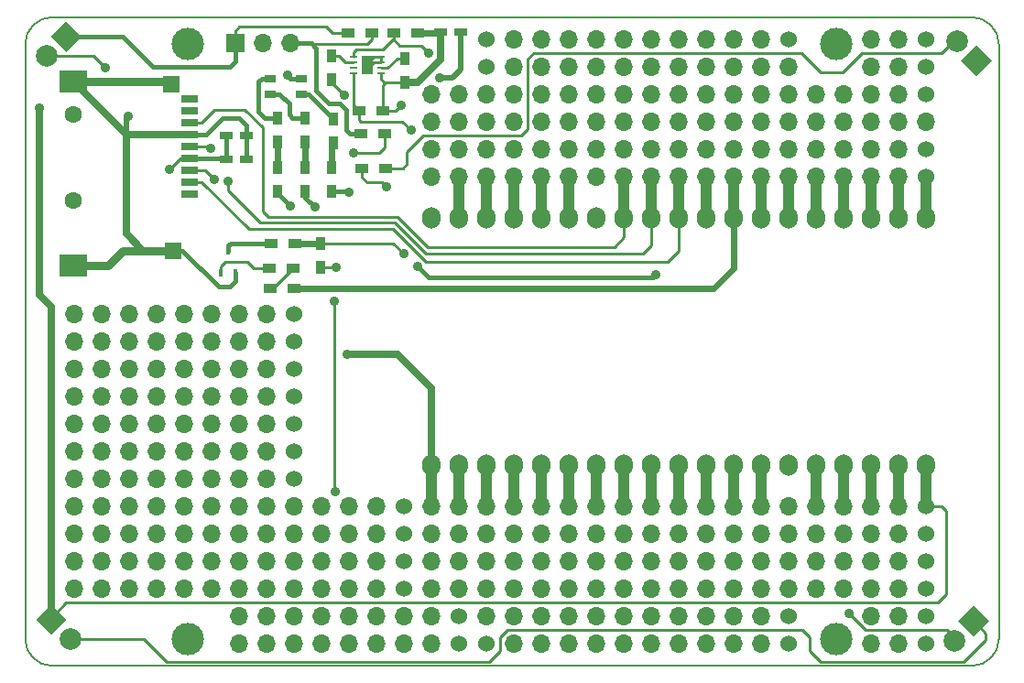
<source format=gbr>
G04 #@! TF.FileFunction,Copper,L1,Top,Signal*
%FSLAX46Y46*%
G04 Gerber Fmt 4.6, Leading zero omitted, Abs format (unit mm)*
G04 Created by KiCad (PCBNEW (2015-01-16 BZR 5376)-product) date 12-May-17 12:05:33 PM*
%MOMM*%
G01*
G04 APERTURE LIST*
%ADD10C,0.100000*%
%ADD11C,0.150000*%
%ADD12R,1.000000X0.800000*%
%ADD13O,1.700000X2.000000*%
%ADD14C,1.524000*%
%ADD15O,1.700000X1.700000*%
%ADD16C,2.000000*%
%ADD17R,1.200000X0.750000*%
%ADD18R,1.700000X1.700000*%
%ADD19R,0.900000X1.200000*%
%ADD20R,1.200000X0.900000*%
%ADD21R,1.500000X0.700000*%
%ADD22R,1.500000X1.500000*%
%ADD23R,2.500000X2.000000*%
%ADD24C,1.600000*%
%ADD25C,3.000000*%
%ADD26R,0.700000X0.250000*%
%ADD27R,1.000000X1.700000*%
%ADD28R,0.457200X0.711200*%
%ADD29C,0.889000*%
%ADD30C,0.910000*%
%ADD31C,1.000000*%
%ADD32C,0.254000*%
%ADD33C,0.600000*%
%ADD34C,0.700000*%
%ADD35C,0.400000*%
%ADD36C,0.800000*%
%ADD37C,0.500000*%
%ADD38C,0.250000*%
G04 APERTURE END LIST*
D10*
D11*
X45000000Y-52500000D02*
X45000000Y-107500000D01*
X132500000Y-50000000D02*
X47500000Y-50000000D01*
X135000000Y-107500000D02*
X135000000Y-52500000D01*
X47500000Y-110000000D02*
X132500000Y-110000000D01*
X45000000Y-107500000D02*
G75*
G03X47500000Y-110000000I2500000J0D01*
G01*
X132500000Y-110000000D02*
G75*
G03X135000000Y-107500000I0J2500000D01*
G01*
X135000000Y-52500000D02*
G75*
G03X132500000Y-50000000I-2500000J0D01*
G01*
X47500000Y-50000000D02*
G75*
G03X45000000Y-52500000I0J-2500000D01*
G01*
D12*
X70538000Y-55675500D03*
X67638000Y-55675500D03*
X70538000Y-57100500D03*
X67638000Y-57100500D03*
D13*
X128270000Y-68580000D03*
X125730000Y-68580000D03*
X123190000Y-68580000D03*
X120650000Y-68580000D03*
X118110000Y-68580000D03*
X115570000Y-68580000D03*
X113030000Y-68580000D03*
X110490000Y-68580000D03*
X107950000Y-68580000D03*
X105410000Y-68580000D03*
X102870000Y-68580000D03*
X100330000Y-68580000D03*
X97790000Y-68580000D03*
X95250000Y-68580000D03*
X92710000Y-68580000D03*
X90170000Y-68580000D03*
X87630000Y-68580000D03*
X85090000Y-68580000D03*
X82550000Y-68580000D03*
X82550000Y-91440000D03*
X85090000Y-91440000D03*
X87630000Y-91440000D03*
X90170000Y-91440000D03*
X92710000Y-91440000D03*
X95250000Y-91440000D03*
X97790000Y-91440000D03*
X100330000Y-91440000D03*
X102870000Y-91440000D03*
X105410000Y-91440000D03*
X107950000Y-91440000D03*
X110490000Y-91440000D03*
X113030000Y-91440000D03*
X115570000Y-91440000D03*
X118110000Y-91440000D03*
X120650000Y-91440000D03*
X123190000Y-91440000D03*
X125730000Y-91440000D03*
X128270000Y-91440000D03*
D14*
X87630000Y-52070000D03*
D15*
X90170000Y-52070000D03*
X92710000Y-52070000D03*
D14*
X87630000Y-54610000D03*
D15*
X90170000Y-54610000D03*
X92710000Y-54610000D03*
D14*
X87630000Y-107950000D03*
D15*
X90170000Y-107950000D03*
X92710000Y-107950000D03*
X87630000Y-105410000D03*
X90170000Y-105410000D03*
X92710000Y-105410000D03*
D16*
X49174400Y-107492800D03*
D10*
G36*
X48792563Y-105696749D02*
X47378349Y-107110963D01*
X45964135Y-105696749D01*
X47378349Y-104282535D01*
X48792563Y-105696749D01*
X48792563Y-105696749D01*
G37*
D16*
X130860800Y-107645200D03*
D10*
G36*
X132656851Y-107263363D02*
X131242637Y-105849149D01*
X132656851Y-104434935D01*
X134071065Y-105849149D01*
X132656851Y-107263363D01*
X132656851Y-107263363D01*
G37*
D16*
X131114800Y-52222400D03*
D10*
G36*
X131496637Y-54018451D02*
X132910851Y-52604237D01*
X134325065Y-54018451D01*
X132910851Y-55432665D01*
X131496637Y-54018451D01*
X131496637Y-54018451D01*
G37*
D16*
X46990000Y-53594000D03*
D10*
G36*
X48786051Y-53212163D02*
X47371837Y-51797949D01*
X48786051Y-50383735D01*
X50200265Y-51797949D01*
X48786051Y-53212163D01*
X48786051Y-53212163D01*
G37*
D14*
X85090000Y-107950000D03*
D15*
X82550000Y-107950000D03*
X80010000Y-107950000D03*
X77470000Y-107950000D03*
X74930000Y-107950000D03*
X72390000Y-107950000D03*
X69850000Y-107950000D03*
X67310000Y-107950000D03*
X64770000Y-107950000D03*
D14*
X85090000Y-105410000D03*
D15*
X82550000Y-105410000D03*
X80010000Y-105410000D03*
X77470000Y-105410000D03*
X74930000Y-105410000D03*
X72390000Y-105410000D03*
X69850000Y-105410000D03*
X67310000Y-105410000D03*
X64770000Y-105410000D03*
D14*
X80010000Y-102870000D03*
D15*
X77470000Y-102870000D03*
X74930000Y-102870000D03*
X72390000Y-102870000D03*
X69850000Y-102870000D03*
X67310000Y-102870000D03*
X64770000Y-102870000D03*
X62230000Y-102870000D03*
X59690000Y-102870000D03*
X57150000Y-102870000D03*
X54610000Y-102870000D03*
X52070000Y-102870000D03*
X49530000Y-102870000D03*
D14*
X80010000Y-100330000D03*
D15*
X77470000Y-100330000D03*
X74930000Y-100330000D03*
X72390000Y-100330000D03*
X69850000Y-100330000D03*
X67310000Y-100330000D03*
X64770000Y-100330000D03*
X62230000Y-100330000D03*
X59690000Y-100330000D03*
X57150000Y-100330000D03*
X54610000Y-100330000D03*
X52070000Y-100330000D03*
X49530000Y-100330000D03*
D14*
X80010000Y-97790000D03*
D15*
X77470000Y-97790000D03*
X74930000Y-97790000D03*
X72390000Y-97790000D03*
X69850000Y-97790000D03*
X67310000Y-97790000D03*
X64770000Y-97790000D03*
X62230000Y-97790000D03*
X59690000Y-97790000D03*
X57150000Y-97790000D03*
X54610000Y-97790000D03*
X52070000Y-97790000D03*
X49530000Y-97790000D03*
D14*
X80010000Y-95250000D03*
D15*
X77470000Y-95250000D03*
X74930000Y-95250000D03*
X72390000Y-95250000D03*
X69850000Y-95250000D03*
X67310000Y-95250000D03*
X64770000Y-95250000D03*
X62230000Y-95250000D03*
X59690000Y-95250000D03*
X57150000Y-95250000D03*
X54610000Y-95250000D03*
X52070000Y-95250000D03*
X49530000Y-95250000D03*
D14*
X69850000Y-92710000D03*
D15*
X67310000Y-92710000D03*
X64770000Y-92710000D03*
X62230000Y-92710000D03*
X59690000Y-92710000D03*
X57150000Y-92710000D03*
X54610000Y-92710000D03*
X52070000Y-92710000D03*
X49530000Y-92710000D03*
D14*
X69850000Y-90170000D03*
D15*
X67310000Y-90170000D03*
X64770000Y-90170000D03*
X62230000Y-90170000D03*
X59690000Y-90170000D03*
X57150000Y-90170000D03*
X54610000Y-90170000D03*
X52070000Y-90170000D03*
X49530000Y-90170000D03*
D14*
X69850000Y-87630000D03*
D15*
X67310000Y-87630000D03*
X64770000Y-87630000D03*
X62230000Y-87630000D03*
X59690000Y-87630000D03*
X57150000Y-87630000D03*
X54610000Y-87630000D03*
X52070000Y-87630000D03*
X49530000Y-87630000D03*
D14*
X69850000Y-85090000D03*
D15*
X67310000Y-85090000D03*
X64770000Y-85090000D03*
X62230000Y-85090000D03*
X59690000Y-85090000D03*
X57150000Y-85090000D03*
X54610000Y-85090000D03*
X52070000Y-85090000D03*
X49530000Y-85090000D03*
D14*
X69850000Y-82550000D03*
D15*
X67310000Y-82550000D03*
X64770000Y-82550000D03*
X62230000Y-82550000D03*
X59690000Y-82550000D03*
X57150000Y-82550000D03*
X54610000Y-82550000D03*
X52070000Y-82550000D03*
X49530000Y-82550000D03*
D14*
X69850000Y-80010000D03*
D15*
X67310000Y-80010000D03*
X64770000Y-80010000D03*
X62230000Y-80010000D03*
X59690000Y-80010000D03*
X57150000Y-80010000D03*
X54610000Y-80010000D03*
X52070000Y-80010000D03*
X49530000Y-80010000D03*
D14*
X69850000Y-77470000D03*
D15*
X67310000Y-77470000D03*
X64770000Y-77470000D03*
X62230000Y-77470000D03*
X59690000Y-77470000D03*
X57150000Y-77470000D03*
X54610000Y-77470000D03*
X52070000Y-77470000D03*
X49530000Y-77470000D03*
D14*
X128270000Y-107950000D03*
D15*
X125730000Y-107950000D03*
X123190000Y-107950000D03*
D14*
X128270000Y-105410000D03*
D15*
X125730000Y-105410000D03*
X123190000Y-105410000D03*
D14*
X115570000Y-107950000D03*
D15*
X113030000Y-107950000D03*
X110490000Y-107950000D03*
X107950000Y-107950000D03*
X105410000Y-107950000D03*
X102870000Y-107950000D03*
X100330000Y-107950000D03*
X97790000Y-107950000D03*
X95250000Y-107950000D03*
D14*
X115570000Y-105410000D03*
D15*
X113030000Y-105410000D03*
X110490000Y-105410000D03*
X107950000Y-105410000D03*
X105410000Y-105410000D03*
X102870000Y-105410000D03*
X100330000Y-105410000D03*
X97790000Y-105410000D03*
X95250000Y-105410000D03*
D14*
X128270000Y-102870000D03*
D15*
X125730000Y-102870000D03*
X123190000Y-102870000D03*
X120650000Y-102870000D03*
X118110000Y-102870000D03*
X115570000Y-102870000D03*
X113030000Y-102870000D03*
X110490000Y-102870000D03*
X107950000Y-102870000D03*
X105410000Y-102870000D03*
X102870000Y-102870000D03*
X100330000Y-102870000D03*
X97790000Y-102870000D03*
X95250000Y-102870000D03*
X92710000Y-102870000D03*
X90170000Y-102870000D03*
X87630000Y-102870000D03*
X85090000Y-102870000D03*
X82550000Y-102870000D03*
D14*
X128270000Y-100330000D03*
D15*
X125730000Y-100330000D03*
X123190000Y-100330000D03*
X120650000Y-100330000D03*
X118110000Y-100330000D03*
X115570000Y-100330000D03*
X113030000Y-100330000D03*
X110490000Y-100330000D03*
X107950000Y-100330000D03*
X105410000Y-100330000D03*
X102870000Y-100330000D03*
X100330000Y-100330000D03*
X97790000Y-100330000D03*
X95250000Y-100330000D03*
X92710000Y-100330000D03*
X90170000Y-100330000D03*
X87630000Y-100330000D03*
X85090000Y-100330000D03*
X82550000Y-100330000D03*
D14*
X128270000Y-97790000D03*
D15*
X125730000Y-97790000D03*
X123190000Y-97790000D03*
X120650000Y-97790000D03*
X118110000Y-97790000D03*
X115570000Y-97790000D03*
X113030000Y-97790000D03*
X110490000Y-97790000D03*
X107950000Y-97790000D03*
X105410000Y-97790000D03*
X102870000Y-97790000D03*
X100330000Y-97790000D03*
X97790000Y-97790000D03*
X95250000Y-97790000D03*
X92710000Y-97790000D03*
X90170000Y-97790000D03*
X87630000Y-97790000D03*
X85090000Y-97790000D03*
X82550000Y-97790000D03*
D14*
X128270000Y-95250000D03*
D15*
X125730000Y-95250000D03*
X123190000Y-95250000D03*
X120650000Y-95250000D03*
X118110000Y-95250000D03*
X115570000Y-95250000D03*
X113030000Y-95250000D03*
X110490000Y-95250000D03*
X107950000Y-95250000D03*
X105410000Y-95250000D03*
X102870000Y-95250000D03*
X100330000Y-95250000D03*
X97790000Y-95250000D03*
X95250000Y-95250000D03*
X92710000Y-95250000D03*
X90170000Y-95250000D03*
X87630000Y-95250000D03*
X85090000Y-95250000D03*
X82550000Y-95250000D03*
D14*
X128270000Y-64770000D03*
D15*
X125730000Y-64770000D03*
X123190000Y-64770000D03*
X120650000Y-64770000D03*
X118110000Y-64770000D03*
X115570000Y-64770000D03*
X113030000Y-64770000D03*
X110490000Y-64770000D03*
X107950000Y-64770000D03*
X105410000Y-64770000D03*
X102870000Y-64770000D03*
X100330000Y-64770000D03*
X97790000Y-64770000D03*
X95250000Y-64770000D03*
X92710000Y-64770000D03*
X90170000Y-64770000D03*
X87630000Y-64770000D03*
X85090000Y-64770000D03*
X82550000Y-64770000D03*
D14*
X128270000Y-62230000D03*
D15*
X125730000Y-62230000D03*
X123190000Y-62230000D03*
X120650000Y-62230000D03*
X118110000Y-62230000D03*
X115570000Y-62230000D03*
X113030000Y-62230000D03*
X110490000Y-62230000D03*
X107950000Y-62230000D03*
X105410000Y-62230000D03*
X102870000Y-62230000D03*
X100330000Y-62230000D03*
X97790000Y-62230000D03*
X95250000Y-62230000D03*
X92710000Y-62230000D03*
X90170000Y-62230000D03*
X87630000Y-62230000D03*
X85090000Y-62230000D03*
X82550000Y-62230000D03*
X128270000Y-59690000D03*
X125730000Y-59690000D03*
X123190000Y-59690000D03*
X120650000Y-59690000D03*
X118110000Y-59690000D03*
X115570000Y-59690000D03*
X113030000Y-59690000D03*
X110490000Y-59690000D03*
X107950000Y-59690000D03*
X105410000Y-59690000D03*
X102870000Y-59690000D03*
X100330000Y-59690000D03*
X97790000Y-59690000D03*
X95250000Y-59690000D03*
X92710000Y-59690000D03*
X90170000Y-59690000D03*
X87630000Y-59690000D03*
X85090000Y-59690000D03*
X82550000Y-59690000D03*
D14*
X128270000Y-54610000D03*
D15*
X125730000Y-54610000D03*
X123190000Y-54610000D03*
D14*
X128270000Y-52070000D03*
D15*
X125730000Y-52070000D03*
X123190000Y-52070000D03*
D14*
X128270000Y-57150000D03*
D15*
X125730000Y-57150000D03*
X123190000Y-57150000D03*
X120650000Y-57150000D03*
X118110000Y-57150000D03*
X115570000Y-57150000D03*
X113030000Y-57150000D03*
X110490000Y-57150000D03*
X107950000Y-57150000D03*
X105410000Y-57150000D03*
X102870000Y-57150000D03*
X100330000Y-57150000D03*
X97790000Y-57150000D03*
X95250000Y-57150000D03*
X92710000Y-57150000D03*
X90170000Y-57150000D03*
X87630000Y-57150000D03*
X85090000Y-57150000D03*
X82550000Y-57150000D03*
D14*
X115570000Y-52070000D03*
D15*
X113030000Y-52070000D03*
X110490000Y-52070000D03*
X107950000Y-52070000D03*
X105410000Y-52070000D03*
X102870000Y-52070000D03*
X100330000Y-52070000D03*
X97790000Y-52070000D03*
X95250000Y-52070000D03*
X115570000Y-54610000D03*
X113030000Y-54610000D03*
X110490000Y-54610000D03*
X107950000Y-54610000D03*
X105410000Y-54610000D03*
X102870000Y-54610000D03*
X100330000Y-54610000D03*
X97790000Y-54610000D03*
X95250000Y-54610000D03*
D17*
X83378000Y-51409600D03*
X85278000Y-51409600D03*
X65466000Y-63119000D03*
X63566000Y-63119000D03*
X65466000Y-60960000D03*
X63566000Y-60960000D03*
D18*
X64414400Y-52425600D03*
D15*
X66954400Y-52425600D03*
X69494400Y-52425600D03*
D19*
X80100000Y-53800000D03*
X80100000Y-56000000D03*
X73355200Y-53611600D03*
X73355200Y-55811600D03*
D20*
X67600000Y-73200000D03*
X69800000Y-73200000D03*
X78062000Y-58623200D03*
X75862000Y-58623200D03*
D19*
X72300000Y-70900000D03*
X72300000Y-73100000D03*
D20*
X76116000Y-63957200D03*
X78316000Y-63957200D03*
X69900000Y-70900000D03*
X67700000Y-70900000D03*
X81262400Y-51460400D03*
X79062400Y-51460400D03*
D19*
X73300000Y-63900000D03*
X73300000Y-66100000D03*
X70900000Y-63900000D03*
X70900000Y-66100000D03*
X68300000Y-63900000D03*
X68300000Y-66100000D03*
X73500000Y-59400000D03*
X73500000Y-61600000D03*
X70900000Y-59300000D03*
X70900000Y-61500000D03*
X68300000Y-59300000D03*
X68300000Y-61500000D03*
D20*
X67632400Y-75082400D03*
X69832400Y-75082400D03*
X78214400Y-60807600D03*
X76014400Y-60807600D03*
D21*
X60236000Y-66376000D03*
X60236000Y-65276000D03*
X60236000Y-64176000D03*
X60236000Y-63076000D03*
X60236000Y-61976000D03*
X60236000Y-60876000D03*
X60236000Y-59776000D03*
X60236000Y-58676000D03*
X60236000Y-57576000D03*
D22*
X58536000Y-56176000D03*
X58636000Y-71576000D03*
D23*
X49436000Y-55976000D03*
X49436000Y-72976000D03*
D24*
X49436000Y-58976000D03*
X49436000Y-66976000D03*
D25*
X120000000Y-107500000D03*
X60000000Y-107500000D03*
X120000000Y-52500000D03*
X60000000Y-52500000D03*
D26*
X75356400Y-53707600D03*
X75356400Y-54207600D03*
X75356400Y-54707600D03*
X75356400Y-55207600D03*
X77856400Y-55207600D03*
X77856400Y-54707600D03*
X77856400Y-54207600D03*
X77856400Y-53707600D03*
D27*
X76606400Y-54457600D03*
D20*
X77046000Y-51460400D03*
X74846000Y-51460400D03*
D28*
X63093600Y-73660000D03*
X64414400Y-73660000D03*
X63754000Y-71628000D03*
D29*
X74726800Y-81178400D03*
X58369200Y-64058800D03*
D30*
X69215000Y-55372000D03*
D29*
X79756000Y-58115200D03*
X83312000Y-55575200D03*
X74523600Y-57200800D03*
X54559200Y-59131200D03*
X46278800Y-58420000D03*
X52374800Y-54660800D03*
X73761600Y-73152000D03*
X73558400Y-76301600D03*
X73660000Y-93878400D03*
X121158000Y-105156000D03*
D30*
X103251000Y-73787000D03*
D29*
X75336400Y-62534800D03*
D30*
X81280000Y-73025000D03*
X69469000Y-67437000D03*
X71755000Y-67564000D03*
X74930000Y-66167000D03*
X82296000Y-53340000D03*
X80645000Y-60452000D03*
X80010000Y-71882000D03*
X78359000Y-65659000D03*
X62484000Y-65024000D03*
X62103000Y-62103000D03*
X63754000Y-65151000D03*
D31*
X82550000Y-91440000D02*
X82550000Y-95250000D01*
D32*
X77856400Y-55707600D02*
X78148800Y-56000000D01*
X78315200Y-56000000D02*
X80100000Y-56000000D01*
X78148800Y-56000000D02*
X78315200Y-56000000D01*
X77856400Y-55207600D02*
X77856400Y-55707600D01*
X78062000Y-56253200D02*
X78315200Y-56000000D01*
X78062000Y-58623200D02*
X78062000Y-56253200D01*
D33*
X83327200Y-51460400D02*
X83378000Y-51409600D01*
X81262400Y-51460400D02*
X83327200Y-51460400D01*
D34*
X83378000Y-53883600D02*
X81261600Y-56000000D01*
X81261600Y-56000000D02*
X80100000Y-56000000D01*
X83378000Y-51409600D02*
X83378000Y-53883600D01*
X82550000Y-84328000D02*
X79400400Y-81178400D01*
X79400400Y-81178400D02*
X74726800Y-81178400D01*
D32*
X58369200Y-64058800D02*
X59352000Y-63076000D01*
X59352000Y-63076000D02*
X60236000Y-63076000D01*
D34*
X82550000Y-91440000D02*
X82550000Y-84328000D01*
D35*
X63523000Y-63076000D02*
X63566000Y-63119000D01*
X60236000Y-63076000D02*
X63523000Y-63076000D01*
X63566000Y-63119000D02*
X63566000Y-60960000D01*
X69518500Y-55675500D02*
X69215000Y-55372000D01*
X70538000Y-55675500D02*
X69518500Y-55675500D01*
D32*
X78062000Y-58623200D02*
X79248000Y-58623200D01*
X79756000Y-58115200D02*
X79248000Y-58623200D01*
D36*
X58336000Y-55976000D02*
X58536000Y-56176000D01*
X49436000Y-55976000D02*
X58336000Y-55976000D01*
X52652400Y-72976000D02*
X54052400Y-71576000D01*
X54052400Y-71576000D02*
X58636000Y-71576000D01*
X49436000Y-72976000D02*
X52652400Y-72976000D01*
D32*
X77856400Y-53707600D02*
X77856400Y-54207600D01*
X77212000Y-54207600D02*
X77856400Y-54207600D01*
X76962000Y-54457600D02*
X77212000Y-54207600D01*
X76606400Y-54457600D02*
X76962000Y-54457600D01*
X77254800Y-53707600D02*
X77856400Y-53707600D01*
X76606400Y-54356000D02*
X77254800Y-53707600D01*
X76606400Y-54457600D02*
X76606400Y-54356000D01*
D33*
X49778400Y-55976000D02*
X49436000Y-55976000D01*
D37*
X84531200Y-55575200D02*
X83312000Y-55575200D01*
X85278000Y-54828400D02*
X84531200Y-55575200D01*
X85278000Y-51409600D02*
X85278000Y-54828400D01*
D32*
X73355200Y-56032400D02*
X74523600Y-57200800D01*
X73355200Y-55811600D02*
X73355200Y-56032400D01*
D34*
X54318400Y-60858400D02*
X49436000Y-55976000D01*
X56794400Y-60858400D02*
X54318400Y-60858400D01*
X56812000Y-60876000D02*
X56794400Y-60858400D01*
X60236000Y-60876000D02*
X56812000Y-60876000D01*
X54318400Y-70015600D02*
X54318400Y-60858400D01*
X55878800Y-71576000D02*
X54318400Y-70015600D01*
X58636000Y-71576000D02*
X55878800Y-71576000D01*
D37*
X54559200Y-59131200D02*
X54318400Y-59372000D01*
X54318400Y-59372000D02*
X54318400Y-60858400D01*
D35*
X65466000Y-63119000D02*
X65466000Y-60960000D01*
X65466000Y-60005000D02*
X64770000Y-59309000D01*
X64770000Y-59309000D02*
X63246000Y-59309000D01*
X63246000Y-59309000D02*
X61679000Y-60876000D01*
X61679000Y-60876000D02*
X60236000Y-60876000D01*
X65466000Y-60960000D02*
X65466000Y-60005000D01*
X64414400Y-74396600D02*
X63881000Y-74930000D01*
X63881000Y-74930000D02*
X62865000Y-74930000D01*
X62865000Y-74930000D02*
X59511000Y-71576000D01*
X59511000Y-71576000D02*
X58636000Y-71576000D01*
X64414400Y-73660000D02*
X64414400Y-74396600D01*
D32*
X96774000Y-106680000D02*
X116840000Y-106680000D01*
X116840000Y-106680000D02*
X117500400Y-107340400D01*
X117500400Y-107340400D02*
X117500400Y-108610400D01*
X117500400Y-108610400D02*
X118516400Y-109626400D01*
X118516400Y-109626400D02*
X131775200Y-109626400D01*
X131775200Y-109626400D02*
X133807200Y-107594400D01*
X133807200Y-107594400D02*
X133807200Y-106999498D01*
X133807200Y-106999498D02*
X132656851Y-105849149D01*
D38*
X90551000Y-106680000D02*
X90424000Y-106680000D01*
X96774000Y-106680000D02*
X90551000Y-106680000D01*
X89535000Y-106680000D02*
X88900000Y-107315000D01*
X88900000Y-107315000D02*
X88900000Y-108585000D01*
X88900000Y-108585000D02*
X87858600Y-109626400D01*
X87858600Y-109626400D02*
X87477600Y-109626400D01*
D32*
X55930800Y-107492800D02*
X49174400Y-107492800D01*
X55930800Y-107492800D02*
X58064400Y-109626400D01*
X58064400Y-109626400D02*
X87477600Y-109626400D01*
D38*
X90551000Y-106680000D02*
X89535000Y-106680000D01*
D31*
X128270000Y-91440000D02*
X128270000Y-95250000D01*
D35*
X64414400Y-54102000D02*
X63906400Y-54610000D01*
X63906400Y-54610000D02*
X61214000Y-54610000D01*
X61214000Y-54610000D02*
X59080400Y-54610000D01*
X59080400Y-54610000D02*
X56845200Y-54610000D01*
X56845200Y-54610000D02*
X54033149Y-51797949D01*
X54033149Y-51797949D02*
X48786051Y-51797949D01*
X64414400Y-52425600D02*
X64414400Y-54102000D01*
D34*
X47378349Y-76740749D02*
X46278800Y-75641200D01*
X46278800Y-75641200D02*
X46278800Y-58420000D01*
X47378349Y-105696749D02*
X47378349Y-76740749D01*
D32*
X48768000Y-104140000D02*
X129336800Y-104140000D01*
X129336800Y-104140000D02*
X130149600Y-103327200D01*
X130149600Y-103327200D02*
X130149600Y-95656400D01*
X130149600Y-95656400D02*
X129743200Y-95250000D01*
X129743200Y-95250000D02*
X128270000Y-95250000D01*
X47378349Y-105529651D02*
X48768000Y-104140000D01*
X47378349Y-105696749D02*
X47378349Y-105529651D01*
X73406000Y-51460400D02*
X72847200Y-50901600D01*
X72847200Y-50901600D02*
X64770000Y-50901600D01*
X64770000Y-50901600D02*
X64414400Y-51257200D01*
X64414400Y-51257200D02*
X64414400Y-52425600D01*
X74846000Y-51460400D02*
X73406000Y-51460400D01*
X51308000Y-53594000D02*
X46990000Y-53594000D01*
X52374800Y-54660800D02*
X51308000Y-53594000D01*
X73709600Y-73100000D02*
X72300000Y-73100000D01*
X73761600Y-73152000D02*
X73709600Y-73100000D01*
X73558400Y-93776800D02*
X73558400Y-76301600D01*
X73660000Y-93878400D02*
X73558400Y-93776800D01*
X122682000Y-106680000D02*
X121158000Y-105156000D01*
X130200400Y-106680000D02*
X122682000Y-106680000D01*
X130860800Y-107340400D02*
X130200400Y-106680000D01*
X130860800Y-107645200D02*
X130860800Y-107340400D01*
X79908400Y-63957200D02*
X78316000Y-63957200D01*
X80264000Y-63601600D02*
X79908400Y-63957200D01*
X80264000Y-62484000D02*
X80264000Y-63601600D01*
X81788000Y-60960000D02*
X80264000Y-62484000D01*
X90830400Y-60960000D02*
X81788000Y-60960000D01*
X91440000Y-60350400D02*
X90830400Y-60960000D01*
X91440000Y-56007000D02*
X91440000Y-60350400D01*
X116789200Y-53289200D02*
X94488000Y-53289200D01*
X118567200Y-55067200D02*
X116789200Y-53289200D01*
X120599200Y-55067200D02*
X118567200Y-55067200D01*
X122326400Y-53340000D02*
X120599200Y-55067200D01*
X129692400Y-53340000D02*
X122326400Y-53340000D01*
X130810000Y-52222400D02*
X129692400Y-53340000D01*
X131114800Y-52222400D02*
X130810000Y-52222400D01*
D38*
X91998800Y-53289200D02*
X91440000Y-53848000D01*
X91440000Y-53848000D02*
X91440000Y-56007000D01*
X94488000Y-53289200D02*
X91998800Y-53289200D01*
D31*
X128270000Y-64770000D02*
X128270000Y-68580000D01*
X125730000Y-64770000D02*
X125730000Y-68580000D01*
X120650000Y-64770000D02*
X120650000Y-68580000D01*
D35*
X103251000Y-73787000D02*
X102997000Y-74041000D01*
D38*
X83058000Y-74041000D02*
X82981800Y-74041000D01*
D35*
X102997000Y-74041000D02*
X83058000Y-74041000D01*
D32*
X77724000Y-62534800D02*
X75336400Y-62534800D01*
X78214400Y-62044400D02*
X77724000Y-62534800D01*
X78214400Y-62044400D02*
X78214400Y-60807600D01*
D35*
X82296000Y-74041000D02*
X81280000Y-73025000D01*
X83058000Y-74041000D02*
X82296000Y-74041000D01*
D31*
X102870000Y-91440000D02*
X102870000Y-95250000D01*
D35*
X68300000Y-66268000D02*
X68300000Y-66100000D01*
X69469000Y-67437000D02*
X68300000Y-66268000D01*
D31*
X105410000Y-91440000D02*
X105410000Y-95250000D01*
D35*
X71755000Y-67564000D02*
X70900000Y-66709000D01*
X70900000Y-66709000D02*
X70900000Y-66100000D01*
D31*
X110490000Y-64770000D02*
X110490000Y-68580000D01*
D33*
X108610400Y-75082400D02*
X110490000Y-73202800D01*
X110490000Y-73202800D02*
X110490000Y-68580000D01*
X69832400Y-75082400D02*
X108610400Y-75082400D01*
D31*
X107950000Y-91440000D02*
X107950000Y-95250000D01*
D35*
X74930000Y-66167000D02*
X74863000Y-66100000D01*
X74863000Y-66100000D02*
X73300000Y-66100000D01*
D31*
X95250000Y-68580000D02*
X95250000Y-64770000D01*
D32*
X75356400Y-53269200D02*
X75641200Y-52984400D01*
X75641200Y-52984400D02*
X78079600Y-52984400D01*
X78079600Y-52984400D02*
X79062400Y-52001600D01*
X79062400Y-52001600D02*
X79062400Y-51460400D01*
X75356400Y-53707600D02*
X75356400Y-53269200D01*
D38*
X82296000Y-53340000D02*
X81584800Y-52628800D01*
X81584800Y-52628800D02*
X81432400Y-52628800D01*
D32*
X79062400Y-51460400D02*
X79062400Y-52087600D01*
X79062400Y-52087600D02*
X79603600Y-52628800D01*
X79603600Y-52628800D02*
X81432400Y-52628800D01*
D31*
X92710000Y-68580000D02*
X92710000Y-64770000D01*
X90170000Y-68580000D02*
X90170000Y-64770000D01*
X87630000Y-68580000D02*
X87630000Y-64770000D01*
D32*
X75356400Y-58117600D02*
X75862000Y-58623200D01*
X75356400Y-55207600D02*
X75356400Y-58117600D01*
X78917800Y-59639200D02*
X75996800Y-59639200D01*
X75996800Y-59639200D02*
X75862000Y-59504400D01*
X75862000Y-59504400D02*
X75862000Y-58623200D01*
D38*
X80645000Y-60452000D02*
X79832200Y-59639200D01*
X79832200Y-59639200D02*
X79629000Y-59639200D01*
X79629000Y-59639200D02*
X78917800Y-59639200D01*
D31*
X125730000Y-91440000D02*
X125730000Y-95250000D01*
X123190000Y-91440000D02*
X123190000Y-95250000D01*
X120650000Y-91440000D02*
X120650000Y-95250000D01*
X118110000Y-91440000D02*
X118110000Y-95250000D01*
X113030000Y-95250000D02*
X113030000Y-91440000D01*
X110490000Y-91440000D02*
X110490000Y-95250000D01*
X100330000Y-91440000D02*
X100330000Y-95250000D01*
X97790000Y-91440000D02*
X97790000Y-95250000D01*
X95250000Y-91440000D02*
X95250000Y-95250000D01*
X92710000Y-91440000D02*
X92710000Y-95250000D01*
X90170000Y-91440000D02*
X90170000Y-95250000D01*
X87630000Y-91440000D02*
X87630000Y-95250000D01*
X85090000Y-91440000D02*
X85090000Y-95250000D01*
D35*
X71424800Y-52425600D02*
X71882000Y-52882800D01*
X71882000Y-52882800D02*
X71882000Y-56794400D01*
X71882000Y-56794400D02*
X73101200Y-58013600D01*
X73101200Y-58013600D02*
X74117200Y-58013600D01*
X74117200Y-58013600D02*
X74676000Y-58572400D01*
X74676000Y-58572400D02*
X74676000Y-60452000D01*
X74676000Y-60452000D02*
X75031600Y-60807600D01*
X75031600Y-60807600D02*
X76014400Y-60807600D01*
X69494400Y-52425600D02*
X71424800Y-52425600D01*
D32*
X77046000Y-52036800D02*
X76606400Y-52476400D01*
X76606400Y-52476400D02*
X71475600Y-52476400D01*
X71475600Y-52476400D02*
X71424800Y-52425600D01*
X77046000Y-51460400D02*
X77046000Y-52036800D01*
D38*
X63093600Y-73050400D02*
X63500000Y-72644000D01*
X63500000Y-72644000D02*
X65532000Y-72644000D01*
X65532000Y-72644000D02*
X66088000Y-73200000D01*
X66088000Y-73200000D02*
X67600000Y-73200000D01*
X63093600Y-73660000D02*
X63093600Y-73050400D01*
D32*
X79397600Y-53800000D02*
X78490000Y-54707600D01*
X78490000Y-54707600D02*
X77856400Y-54707600D01*
X80100000Y-53800000D02*
X79397600Y-53800000D01*
X73982400Y-53611600D02*
X74578400Y-54207600D01*
X74578400Y-54207600D02*
X75356400Y-54207600D01*
X73355200Y-53611600D02*
X73982400Y-53611600D01*
X67917600Y-75082400D02*
X69800000Y-73200000D01*
X67632400Y-75082400D02*
X67917600Y-75082400D01*
D33*
X72300000Y-70900000D02*
X69900000Y-70900000D01*
D32*
X73186000Y-70900000D02*
X72300000Y-70900000D01*
D38*
X78486000Y-70900000D02*
X72300000Y-70900000D01*
X78520000Y-70900000D02*
X78486000Y-70900000D01*
X79028000Y-70900000D02*
X80010000Y-71882000D01*
X78486000Y-70900000D02*
X79028000Y-70900000D01*
X78359000Y-65659000D02*
X77978000Y-65278000D01*
X77978000Y-65278000D02*
X76581000Y-65278000D01*
X76581000Y-65278000D02*
X76116000Y-64813000D01*
X76116000Y-64813000D02*
X76116000Y-63957200D01*
D33*
X73300000Y-61800000D02*
X73500000Y-61600000D01*
X73300000Y-63900000D02*
X73300000Y-61800000D01*
X70900000Y-63900000D02*
X70900000Y-61500000D01*
X68300000Y-63900000D02*
X68300000Y-61500000D01*
D35*
X73471600Y-59400000D02*
X73500000Y-59400000D01*
X71172100Y-57100500D02*
X73471600Y-59400000D01*
X70538000Y-57100500D02*
X71172100Y-57100500D01*
X68530500Y-57100500D02*
X69443600Y-58013600D01*
X69443600Y-58013600D02*
X69443600Y-59029600D01*
X69443600Y-59029600D02*
X69714000Y-59300000D01*
X69714000Y-59300000D02*
X70900000Y-59300000D01*
X67638000Y-57100500D02*
X68530500Y-57100500D01*
X67123200Y-59300000D02*
X66548000Y-58724800D01*
X66548000Y-58724800D02*
X66548000Y-55981600D01*
X66548000Y-55981600D02*
X66854100Y-55675500D01*
X66854100Y-55675500D02*
X67638000Y-55675500D01*
X68300000Y-59300000D02*
X67123200Y-59300000D01*
D31*
X123190000Y-68580000D02*
X123190000Y-64770000D01*
X118110000Y-68580000D02*
X118110000Y-64770000D01*
X115570000Y-68580000D02*
X115570000Y-64770000D01*
X113030000Y-68580000D02*
X113030000Y-64770000D01*
X107950000Y-68580000D02*
X107950000Y-64770000D01*
D35*
X63974000Y-70900000D02*
X63754000Y-71120000D01*
X63754000Y-71120000D02*
X63754000Y-71628000D01*
X67700000Y-70900000D02*
X63974000Y-70900000D01*
D31*
X105410000Y-68580000D02*
X105410000Y-64770000D01*
D38*
X105410000Y-71628000D02*
X104394000Y-72644000D01*
X104394000Y-72644000D02*
X82042000Y-72644000D01*
X82042000Y-72644000D02*
X78994000Y-69596000D01*
X78994000Y-69596000D02*
X65659000Y-69596000D01*
X65659000Y-69596000D02*
X61339000Y-65276000D01*
X61339000Y-65276000D02*
X60236000Y-65276000D01*
X105410000Y-68580000D02*
X105410000Y-71628000D01*
D31*
X85090000Y-68580000D02*
X85090000Y-64770000D01*
D38*
X62484000Y-65024000D02*
X61636000Y-64176000D01*
X61636000Y-64176000D02*
X60236000Y-64176000D01*
D31*
X102870000Y-68580000D02*
X102870000Y-64770000D01*
D38*
X62103000Y-62103000D02*
X61976000Y-61976000D01*
X61976000Y-61976000D02*
X60236000Y-61976000D01*
X102870000Y-68580000D02*
X102870000Y-71120000D01*
X73152000Y-68961000D02*
X67437000Y-68961000D01*
X73152000Y-68961000D02*
X73152000Y-68961000D01*
X79121000Y-68961000D02*
X73152000Y-68961000D01*
X82042000Y-71882000D02*
X79121000Y-68961000D01*
X102108000Y-71882000D02*
X82042000Y-71882000D01*
X102870000Y-71120000D02*
X102108000Y-71882000D01*
X66675000Y-68961000D02*
X63754000Y-66040000D01*
X63754000Y-66040000D02*
X63754000Y-65151000D01*
X67437000Y-68961000D02*
X66675000Y-68961000D01*
D31*
X100330000Y-68580000D02*
X100330000Y-64770000D01*
D38*
X100330000Y-70358000D02*
X99441000Y-71247000D01*
X99441000Y-71247000D02*
X82169000Y-71247000D01*
X82169000Y-71247000D02*
X79375000Y-68453000D01*
X79375000Y-68453000D02*
X73406000Y-68453000D01*
X73406000Y-68453000D02*
X73406000Y-68453000D01*
X73406000Y-68453000D02*
X67437000Y-68453000D01*
X67437000Y-68453000D02*
X66929000Y-67945000D01*
X66929000Y-67945000D02*
X66929000Y-60198000D01*
X66929000Y-60198000D02*
X65278000Y-58547000D01*
X65278000Y-58547000D02*
X62484000Y-58547000D01*
X62484000Y-58547000D02*
X61255000Y-59776000D01*
X61255000Y-59776000D02*
X60236000Y-59776000D01*
X100330000Y-68580000D02*
X100330000Y-70358000D01*
D32*
X60236000Y-57518400D02*
X60236000Y-57576000D01*
M02*

</source>
